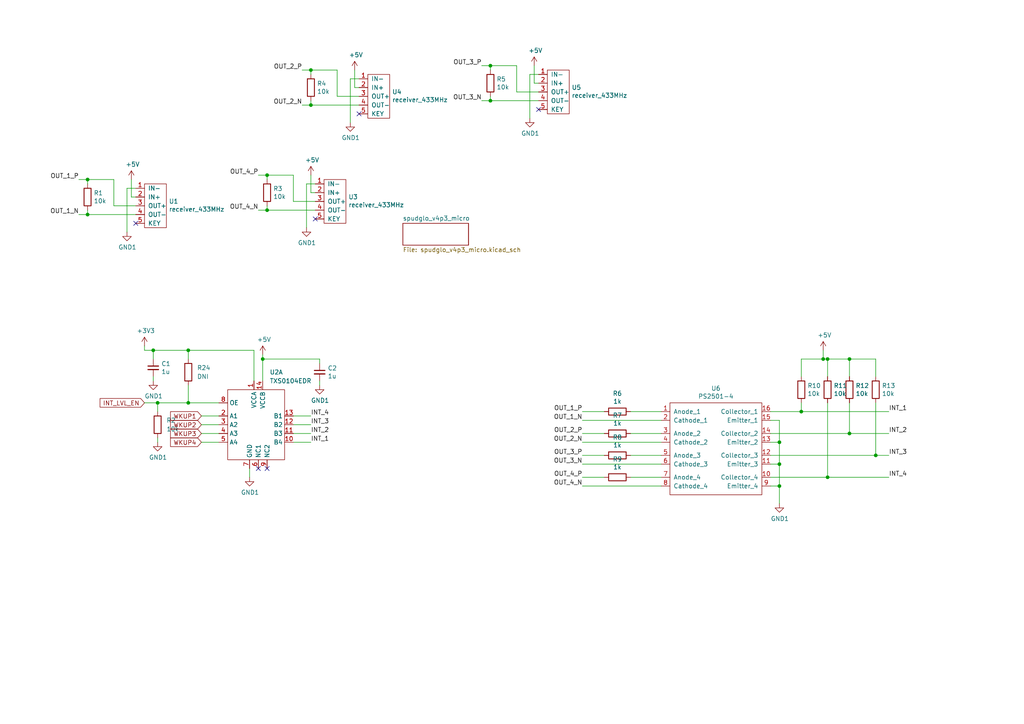
<source format=kicad_sch>
(kicad_sch (version 20230121) (generator eeschema)
  (paper "A4")
  (lib_symbols
    (symbol "Device:C_Small" (pin_numbers hide) (pin_names (offset 0.254) hide)
      (property "Reference" "C" (at 0.254 1.778 0))
      (property "Value" "C_Small" (at 0.254 -2.032 0))
      (symbol "C_Small_0_1"
        (polyline (pts (xy -1.524 -0.508) (xy 1.524 -0.508)) (stroke (width 0.3302)))
        (polyline (pts (xy -1.524 0.508) (xy 1.524 0.508)) (stroke (width 0.3048)))
      )
      (symbol "C_Small_1_1"
        (pin passive line (at 0 2.54 270) (length 2.032) (name "~") (number "1"))
        (pin passive line (at 0 -2.54 90) (length 2.032) (name "~") (number "2"))
      )
    )
    (symbol "Device:R" (pin_numbers hide) (pin_names (offset 0))
      (property "Reference" "R" (at 2.032 0 90))
      (property "Value" "R" (at 0 0 90))
      (symbol "R_0_1"
        (rectangle (start -1.016 -2.54) (end 1.016 2.54) (stroke (width 0.254)))
      )
      (symbol "R_1_1"
        (pin passive line (at 0 3.81 270) (length 1.27) (name "~") (number "1"))
        (pin passive line (at 0 -3.81 90) (length 1.27) (name "~") (number "2"))
      )
    )
    (symbol "power:+5V" (power) (pin_names (offset 0))
      (property "Value" "+5V" (at 0 3.556 0))
      (symbol "+5V_0_1"
        (polyline (pts (xy -0.762 1.27) (xy 0 2.54)))
        (polyline (pts (xy 0 0) (xy 0 2.54)))
        (polyline (pts (xy 0 2.54) (xy 0.762 1.27)))
      )
      (symbol "+5V_1_1"
        (pin power_in line (at 0 0 90) (length 0) hide (name "+5V") (number "1"))
      )
    )
    (symbol "power:GND1" (power) (pin_names (offset 0))
      (property "Value" "GND1" (at 0 -3.81 0))
      (symbol "GND1_0_1"
        (polyline (pts (xy 0 0) (xy 0 -1.27) (xy 1.27 -1.27) (xy 0 -2.54) (xy -1.27 -1.27) (xy 0 -1.27)))
      )
      (symbol "GND1_1_1"
        (pin power_in line (at 0 0 270) (length 0) hide (name "GND1") (number "1"))
      )
    )
    (symbol "spudglo_driver_v3p1-rescue:+3.3V-power" (power) (pin_names (offset 0))
      (property "Value" "+3.3V-power" (at 0 3.556 0))
      (symbol "+3.3V-power_0_1"
        (polyline (pts (xy -0.762 1.27) (xy 0 2.54)))
        (polyline (pts (xy 0 0) (xy 0 2.54)))
        (polyline (pts (xy 0 2.54) (xy 0.762 1.27)))
      )
      (symbol "+3.3V-power_1_1"
        (pin power_in line (at 0 0 90) (length 0) hide (name "+3V3") (number "1"))
      )
    )
    (symbol "spudglo_driver_v3p1-rescue:PS2501-4-srw_custom" (pin_names (offset 1.016))
      (property "Reference" "U" (at 0 0 0))
      (property "Value" "PS2501-4-srw_custom" (at 1.27 -31.75 0))
      (symbol "PS2501-4-srw_custom_0_1"
        (rectangle (start 0 -2.54) (end 26.67 -29.21))
      )
      (symbol "PS2501-4-srw_custom_1_1"
        (pin input line (at -2.54 -5.08 0) (length 2.54) (name "Anode_1") (number "1"))
        (pin input line (at 29.21 -24.13 180) (length 2.54) (name "Collector_4") (number "10"))
        (pin input line (at 29.21 -20.32 180) (length 2.54) (name "Emitter_3") (number "11"))
        (pin input line (at 29.21 -17.78 180) (length 2.54) (name "Collector_3") (number "12"))
        (pin input line (at 29.21 -13.97 180) (length 2.54) (name "Emitter_2") (number "13"))
        (pin input line (at 29.21 -11.43 180) (length 2.54) (name "Collector_2") (number "14"))
        (pin input line (at 29.21 -7.62 180) (length 2.54) (name "Emitter_1") (number "15"))
        (pin input line (at 29.21 -5.08 180) (length 2.54) (name "Collector_1") (number "16"))
        (pin input line (at -2.54 -7.62 0) (length 2.54) (name "Cathode_1") (number "2"))
        (pin input line (at -2.54 -11.43 0) (length 2.54) (name "Anode_2") (number "3"))
        (pin input line (at -2.54 -13.97 0) (length 2.54) (name "Cathode_2") (number "4"))
        (pin input line (at -2.54 -17.78 0) (length 2.54) (name "Anode_3") (number "5"))
        (pin input line (at -2.54 -20.32 0) (length 2.54) (name "Cathode_3") (number "6"))
        (pin input line (at -2.54 -24.13 0) (length 2.54) (name "Anode_4") (number "7"))
        (pin input line (at -2.54 -26.67 0) (length 2.54) (name "Cathode_4") (number "8"))
        (pin input line (at 29.21 -26.67 180) (length 2.54) (name "Emitter_4") (number "9"))
      )
    )
    (symbol "spudglo_driver_v3p1-rescue:receiver_433MHz-srw_custom" (pin_names (offset 1.016))
      (property "Reference" "U" (at 0 0 0))
      (property "Value" "receiver_433MHz-srw_custom" (at 2.54 -20.32 0))
      (symbol "receiver_433MHz-srw_custom_0_1"
        (rectangle (start 2.54 -2.54) (end 8.89 -15.24))
      )
      (symbol "receiver_433MHz-srw_custom_1_1"
        (pin input line (at 0 -3.81 0) (length 2.54) (name "IN-") (number "1"))
        (pin input line (at 0 -6.35 0) (length 2.54) (name "IN+") (number "2"))
        (pin input line (at 0 -8.89 0) (length 2.54) (name "OUT+") (number "3"))
        (pin input line (at 0 -11.43 0) (length 2.54) (name "OUT-") (number "4"))
        (pin input line (at 0 -13.97 0) (length 2.54) (name "KEY") (number "5"))
      )
    )
    (symbol "srw_custom:TXS0104EDR"
      (property "Reference" "U" (at 1.27 1.27 0))
      (property "Value" "TXS0104EDR" (at 20.32 -22.86 0))
      (symbol "TXS0104EDR_0_1"
        (rectangle (start 0 0) (end 16.51 -20.32))
      )
      (symbol "TXS0104EDR_1_1"
        (pin input line (at 7.62 2.54 270) (length 2.54) (name "VCCA") (number "1"))
        (pin input line (at 19.05 -15.24 180) (length 2.54) (name "B4") (number "10"))
        (pin input line (at 19.05 -12.7 180) (length 2.54) (name "B3") (number "11"))
        (pin input line (at 19.05 -10.16 180) (length 2.54) (name "B2") (number "12"))
        (pin input line (at 19.05 -7.62 180) (length 2.54) (name "B1") (number "13"))
        (pin input line (at 10.16 2.54 270) (length 2.54) (name "VCCB") (number "14"))
        (pin input line (at -2.54 -7.62 0) (length 2.54) (name "A1") (number "2"))
        (pin input line (at -2.54 -10.16 0) (length 2.54) (name "A2") (number "3"))
        (pin input line (at -2.54 -12.7 0) (length 2.54) (name "A3") (number "4"))
        (pin input line (at -2.54 -15.24 0) (length 2.54) (name "A4") (number "5"))
        (pin input line (at 8.89 -22.86 90) (length 2.54) (name "NC1") (number "6"))
        (pin input line (at 6.35 -22.86 90) (length 2.54) (name "GND") (number "7"))
        (pin input line (at -2.54 -3.81 0) (length 2.54) (name "OE") (number "8"))
        (pin input line (at 11.43 -22.86 90) (length 2.54) (name "NC2") (number "9"))
      )
      (symbol "TXS0104EDR_2_1"
        (pin input line (at -2.54 -7.62 0) (length 2.54) (name "A1") (number "1-UB"))
      )
      (symbol "TXS0104EDR_3_1"
        (pin input line (at -2.54 -7.62 0) (length 2.54) (name "A1") (number "1-UC"))
      )
      (symbol "TXS0104EDR_4_1"
        (pin input line (at -2.54 -7.62 0) (length 2.54) (name "A1") (number "1-UD"))
      )
      (symbol "TXS0104EDR_5_1"
        (pin input line (at -2.54 -7.62 0) (length 2.54) (name "A1") (number "1-UE"))
      )
      (symbol "TXS0104EDR_6_1"
        (pin input line (at -2.54 -7.62 0) (length 2.54) (name "A1") (number "1-UF"))
      )
      (symbol "TXS0104EDR_7_1"
        (pin input line (at -2.54 -7.62 0) (length 2.54) (name "A1") (number "1-UG"))
      )
      (symbol "TXS0104EDR_8_1"
        (pin input line (at -2.54 -7.62 0) (length 2.54) (name "A1") (number "1-UH"))
      )
      (symbol "TXS0104EDR_9_1"
        (pin input line (at -2.54 -7.62 0) (length 2.54) (name "A1") (number "1-UI"))
      )
      (symbol "TXS0104EDR_10_1"
        (pin input line (at -2.54 -7.62 0) (length 2.54) (name "A1") (number "1-UJ"))
      )
      (symbol "TXS0104EDR_11_1"
        (pin input line (at -2.54 -7.62 0) (length 2.54) (name "A1") (number "1-UK"))
      )
      (symbol "TXS0104EDR_12_1"
        (pin input line (at -2.54 -7.62 0) (length 2.54) (name "A1") (number "1-UL"))
      )
      (symbol "TXS0104EDR_13_1"
        (pin input line (at -2.54 -7.62 0) (length 2.54) (name "A1") (number "1-UM"))
      )
      (symbol "TXS0104EDR_14_1"
        (pin input line (at -2.54 -7.62 0) (length 2.54) (name "A1") (number "1-UN"))
      )
    )
  )
  (junction (at 142.24 29.21))
  (junction (at 77.47 60.96))
  (junction (at 240.03 104.14))
  (junction (at 44.45 101.6))
  (junction (at 232.41 119.38))
  (junction (at 238.76 104.14))
  (junction (at 90.17 20.32))
  (junction (at 226.06 140.97))
  (junction (at 77.47 50.8))
  (junction (at 240.03 138.43))
  (junction (at 226.06 134.62))
  (junction (at 25.4 62.23))
  (junction (at 45.72 116.84))
  (junction (at 142.24 19.05))
  (junction (at 246.38 125.73))
  (junction (at 246.38 104.14))
  (junction (at 54.61 116.84))
  (junction (at 54.61 101.6))
  (junction (at 25.4 52.07))
  (junction (at 90.17 30.48))
  (junction (at 226.06 128.27))
  (junction (at 76.2 104.14))
  (junction (at 254 132.08))
  (no_connect (at 77.47 135.89))
  (no_connect (at 156.21 31.75))
  (no_connect (at 104.14 33.02))
  (no_connect (at 91.44 63.5))
  (no_connect (at 39.37 64.77))
  (no_connect (at 74.93 135.89))
  (wire (pts (xy 44.45 104.14) (xy 44.45 101.6)))
  (wire (pts (xy 77.47 50.8) (xy 74.93 50.8)))
  (wire (pts (xy 39.37 54.61) (xy 36.83 54.61)))
  (wire (pts (xy 91.44 60.96) (xy 77.47 60.96)))
  (wire (pts (xy 22.86 62.23) (xy 25.4 62.23)))
  (wire (pts (xy 240.03 138.43) (xy 257.81 138.43)))
  (wire (pts (xy 238.76 104.14) (xy 240.03 104.14)))
  (wire (pts (xy 175.26 125.73) (xy 168.91 125.73)))
  (wire (pts (xy 90.17 30.48) (xy 90.17 29.21)))
  (wire (pts (xy 77.47 50.8) (xy 77.47 52.07)))
  (wire (pts (xy 104.14 22.86) (xy 101.6 22.86)))
  (wire (pts (xy 54.61 111.76) (xy 54.61 116.84)))
  (wire (pts (xy 74.93 60.96) (xy 77.47 60.96)))
  (wire (pts (xy 139.7 29.21) (xy 142.24 29.21)))
  (wire (pts (xy 39.37 59.69) (xy 33.02 59.69)))
  (wire (pts (xy 149.86 26.67) (xy 149.86 19.05)))
  (wire (pts (xy 58.42 128.27) (xy 63.5 128.27)))
  (wire (pts (xy 76.2 104.14) (xy 76.2 110.49)))
  (wire (pts (xy 246.38 116.84) (xy 246.38 125.73)))
  (wire (pts (xy 91.44 58.42) (xy 85.09 58.42)))
  (wire (pts (xy 44.45 101.6) (xy 54.61 101.6)))
  (wire (pts (xy 33.02 59.69) (xy 33.02 52.07)))
  (wire (pts (xy 142.24 29.21) (xy 142.24 27.94)))
  (wire (pts (xy 39.37 57.15) (xy 38.1 57.15)))
  (wire (pts (xy 142.24 19.05) (xy 142.24 20.32)))
  (wire (pts (xy 41.91 116.84) (xy 45.72 116.84)))
  (wire (pts (xy 240.03 109.22) (xy 240.03 104.14)))
  (wire (pts (xy 39.37 62.23) (xy 25.4 62.23)))
  (wire (pts (xy 85.09 58.42) (xy 85.09 50.8)))
  (wire (pts (xy 175.26 132.08) (xy 168.91 132.08)))
  (wire (pts (xy 156.21 21.59) (xy 153.67 21.59)))
  (wire (pts (xy 246.38 104.14) (xy 254 104.14)))
  (wire (pts (xy 156.21 26.67) (xy 149.86 26.67)))
  (wire (pts (xy 156.21 29.21) (xy 142.24 29.21)))
  (wire (pts (xy 90.17 55.88) (xy 90.17 50.8)))
  (wire (pts (xy 45.72 116.84) (xy 54.61 116.84)))
  (wire (pts (xy 191.77 128.27) (xy 168.91 128.27)))
  (wire (pts (xy 87.63 30.48) (xy 90.17 30.48)))
  (wire (pts (xy 45.72 119.38) (xy 45.72 116.84)))
  (wire (pts (xy 90.17 20.32) (xy 87.63 20.32)))
  (wire (pts (xy 92.71 105.41) (xy 92.71 104.14)))
  (wire (pts (xy 191.77 119.38) (xy 182.88 119.38)))
  (wire (pts (xy 92.71 111.76) (xy 92.71 110.49)))
  (wire (pts (xy 238.76 104.14) (xy 238.76 101.6)))
  (wire (pts (xy 54.61 116.84) (xy 63.5 116.84)))
  (wire (pts (xy 77.47 60.96) (xy 77.47 59.69)))
  (wire (pts (xy 191.77 121.92) (xy 168.91 121.92)))
  (wire (pts (xy 54.61 101.6) (xy 73.66 101.6)))
  (wire (pts (xy 191.77 132.08) (xy 182.88 132.08)))
  (wire (pts (xy 226.06 128.27) (xy 226.06 121.92)))
  (wire (pts (xy 41.91 101.6) (xy 41.91 100.33)))
  (wire (pts (xy 246.38 109.22) (xy 246.38 104.14)))
  (wire (pts (xy 156.21 24.13) (xy 154.94 24.13)))
  (wire (pts (xy 226.06 134.62) (xy 226.06 140.97)))
  (wire (pts (xy 191.77 140.97) (xy 168.91 140.97)))
  (wire (pts (xy 97.79 27.94) (xy 97.79 20.32)))
  (wire (pts (xy 254 132.08) (xy 257.81 132.08)))
  (wire (pts (xy 153.67 21.59) (xy 153.67 34.29)))
  (wire (pts (xy 97.79 20.32) (xy 90.17 20.32)))
  (wire (pts (xy 58.42 120.65) (xy 63.5 120.65)))
  (wire (pts (xy 36.83 54.61) (xy 36.83 67.31)))
  (wire (pts (xy 25.4 52.07) (xy 25.4 53.34)))
  (wire (pts (xy 223.52 134.62) (xy 226.06 134.62)))
  (wire (pts (xy 58.42 125.73) (xy 63.5 125.73)))
  (wire (pts (xy 226.06 134.62) (xy 226.06 128.27)))
  (wire (pts (xy 182.88 125.73) (xy 191.77 125.73)))
  (wire (pts (xy 254 104.14) (xy 254 109.22)))
  (wire (pts (xy 104.14 25.4) (xy 102.87 25.4)))
  (wire (pts (xy 232.41 104.14) (xy 232.41 109.22)))
  (wire (pts (xy 91.44 53.34) (xy 88.9 53.34)))
  (wire (pts (xy 240.03 116.84) (xy 240.03 138.43)))
  (wire (pts (xy 142.24 19.05) (xy 139.7 19.05)))
  (wire (pts (xy 104.14 30.48) (xy 90.17 30.48)))
  (wire (pts (xy 44.45 110.49) (xy 44.45 109.22)))
  (wire (pts (xy 76.2 104.14) (xy 92.71 104.14)))
  (wire (pts (xy 240.03 104.14) (xy 246.38 104.14)))
  (wire (pts (xy 191.77 134.62) (xy 168.91 134.62)))
  (wire (pts (xy 223.52 138.43) (xy 240.03 138.43)))
  (wire (pts (xy 226.06 140.97) (xy 226.06 146.05)))
  (wire (pts (xy 223.52 140.97) (xy 226.06 140.97)))
  (wire (pts (xy 226.06 121.92) (xy 223.52 121.92)))
  (wire (pts (xy 149.86 19.05) (xy 142.24 19.05)))
  (wire (pts (xy 226.06 128.27) (xy 223.52 128.27)))
  (wire (pts (xy 90.17 20.32) (xy 90.17 21.59)))
  (wire (pts (xy 232.41 116.84) (xy 232.41 119.38)))
  (wire (pts (xy 45.72 127) (xy 45.72 128.27)))
  (wire (pts (xy 76.2 102.87) (xy 76.2 104.14)))
  (wire (pts (xy 25.4 52.07) (xy 22.86 52.07)))
  (wire (pts (xy 223.52 119.38) (xy 232.41 119.38)))
  (wire (pts (xy 175.26 138.43) (xy 168.91 138.43)))
  (wire (pts (xy 238.76 104.14) (xy 232.41 104.14)))
  (wire (pts (xy 223.52 132.08) (xy 254 132.08)))
  (wire (pts (xy 223.52 125.73) (xy 246.38 125.73)))
  (wire (pts (xy 154.94 24.13) (xy 154.94 19.05)))
  (wire (pts (xy 104.14 27.94) (xy 97.79 27.94)))
  (wire (pts (xy 88.9 53.34) (xy 88.9 66.04)))
  (wire (pts (xy 254 116.84) (xy 254 132.08)))
  (wire (pts (xy 232.41 119.38) (xy 257.81 119.38)))
  (wire (pts (xy 246.38 125.73) (xy 257.81 125.73)))
  (wire (pts (xy 102.87 25.4) (xy 102.87 20.32)))
  (wire (pts (xy 44.45 101.6) (xy 41.91 101.6)))
  (wire (pts (xy 85.09 50.8) (xy 77.47 50.8)))
  (wire (pts (xy 54.61 101.6) (xy 54.61 104.14)))
  (wire (pts (xy 58.42 123.19) (xy 63.5 123.19)))
  (wire (pts (xy 33.02 52.07) (xy 25.4 52.07)))
  (wire (pts (xy 101.6 22.86) (xy 101.6 35.56)))
  (wire (pts (xy 72.39 135.89) (xy 72.39 138.43)))
  (wire (pts (xy 90.17 123.19) (xy 85.09 123.19)))
  (wire (pts (xy 175.26 119.38) (xy 168.91 119.38)))
  (wire (pts (xy 25.4 62.23) (xy 25.4 60.96)))
  (wire (pts (xy 90.17 128.27) (xy 85.09 128.27)))
  (wire (pts (xy 38.1 57.15) (xy 38.1 52.07)))
  (wire (pts (xy 91.44 55.88) (xy 90.17 55.88)))
  (wire (pts (xy 191.77 138.43) (xy 182.88 138.43)))
  (wire (pts (xy 73.66 101.6) (xy 73.66 110.49)))
  (wire (pts (xy 85.09 120.65) (xy 90.17 120.65)))
  (wire (pts (xy 85.09 125.73) (xy 90.17 125.73)))
  (label "INT_3" (at 90.17 123.19 0))
  (label "INT_4" (at 257.81 138.43 0))
  (label "OUT_1_P" (at 22.86 52.07 180))
  (label "OUT_3_N" (at 139.7 29.21 180))
  (label "OUT_2_N" (at 168.91 128.27 180))
  (label "OUT_3_N" (at 168.91 134.62 180))
  (label "OUT_1_N" (at 168.91 121.92 180))
  (label "OUT_1_N" (at 22.86 62.23 180))
  (label "INT_4" (at 90.17 120.65 0))
  (label "OUT_4_P" (at 74.93 50.8 180))
  (label "INT_2" (at 90.17 125.73 0))
  (label "INT_2" (at 257.81 125.73 0))
  (label "OUT_4_N" (at 74.93 60.96 180))
  (label "OUT_3_P" (at 139.7 19.05 180))
  (label "INT_1" (at 90.17 128.27 0))
  (label "OUT_4_P" (at 168.91 138.43 180))
  (label "OUT_1_P" (at 168.91 119.38 180))
  (label "OUT_2_N" (at 87.63 30.48 180))
  (label "INT_3" (at 257.81 132.08 0))
  (label "OUT_3_P" (at 168.91 132.08 180))
  (label "OUT_2_P" (at 87.63 20.32 180))
  (label "OUT_2_P" (at 168.91 125.73 180))
  (label "INT_1" (at 257.81 119.38 0))
  (label "OUT_4_N" (at 168.91 140.97 180))
  (global_label "WKUP2" (shape input) (at 58.42 123.19 180) (property "Intersheetrefs" "${INTERSHEET_REFS}" (effects hide)))
  (global_label "WKUP1" (shape input) (at 58.42 120.65 180) (property "Intersheetrefs" "${INTERSHEET_REFS}" (effects hide)))
  (global_label "WKUP4" (shape input) (at 58.42 128.27 180) (property "Intersheetrefs" "${INTERSHEET_REFS}" (effects hide)))
  (global_label "INT_LVL_EN" (shape input) (at 41.91 116.84 180) (property "Intersheetrefs" "${INTERSHEET_REFS}" (effects hide)))
  (global_label "WKUP3" (shape input) (at 58.42 125.73 180) (property "Intersheetrefs" "${INTERSHEET_REFS}" (effects hide)))
  (symbol (lib_id "spudglo_driver_v3p1-rescue:+3.3V-power") (at 41.91 100.33 0) (unit 1)
    (property "Reference" "#PWR0104" (effects hide))
    (property "Value" "+3.3V" (at 42.291 95.9358 0))
  )
  (symbol (lib_id "power:+5V") (at 76.2 102.87 0) (unit 1)
    (property "Reference" "#PWR0103" (effects hide))
    (property "Value" "+5V" (at 76.581 98.4758 0))
  )
  (symbol (lib_id "Device:R") (at 54.61 107.95 0) (unit 1)
    (property "Reference" "R24" (at 57.15 106.6799 0) (effects (justify left)))
    (property "Value" "DNI" (at 57.15 109.2199 0) (effects (justify left)))
    (property "Footprint" "Resistor_SMD:R_0603_1608Metric_Pad0.98x0.95mm_HandSolder" (effects hide))
  )
  (symbol (lib_id "Device:R") (at 45.72 123.19 0) (unit 1)
    (property "Reference" "R2" (at 48.26 121.9199 0) (effects (justify left)))
    (property "Value" "10k" (at 48.26 124.4599 0) (effects (justify left)))
    (property "Footprint" "Resistor_SMD:R_0603_1608Metric_Pad0.98x0.95mm_HandSolder" (effects hide))
  )
  (symbol (lib_id "Device:R") (at 179.07 125.73 270) (unit 1)
    (property "Reference" "R7" (at 179.07 120.4722 90))
    (property "Value" "1k" (at 179.07 122.7836 90))
    (property "Footprint" "Resistor_SMD:R_0603_1608Metric_Pad0.98x0.95mm_HandSolder" (effects hide))
  )
  (symbol (lib_id "spudglo_driver_v3p1-rescue:receiver_433MHz-srw_custom") (at 104.14 19.05 0) (unit 1)
    (property "Reference" "U4" (at 113.7412 26.6446 0) (effects (justify left)))
    (property "Value" "receiver_433MHz" (at 113.7412 28.956 0) (effects (justify left)))
    (property "Footprint" "Connector_PinHeader_2.54mm:PinHeader_1x05_P2.54mm_Vertical" (effects hide))
  )
  (symbol (lib_id "power:GND1") (at 88.9 66.04 0) (unit 1)
    (property "Reference" "#PWR0113" (effects hide))
    (property "Value" "GND1" (at 89.027 70.4342 0))
  )
  (symbol (lib_id "power:+5V") (at 38.1 52.07 0) (unit 1)
    (property "Reference" "#PWR0106" (effects hide))
    (property "Value" "+5V" (at 38.481 47.6758 0))
  )
  (symbol (lib_id "spudglo_driver_v3p1-rescue:PS2501-4-srw_custom") (at 194.31 114.3 0) (unit 1)
    (property "Reference" "U6" (at 207.645 112.649 0))
    (property "Value" "PS2501-4" (at 207.645 114.9604 0))
    (property "Footprint" "srw_custom:PS2501-4XSM" (effects hide))
  )
  (symbol (lib_id "power:+5V") (at 90.17 50.8 0) (unit 1)
    (property "Reference" "#PWR0114" (effects hide))
    (property "Value" "+5V" (at 90.551 46.4058 0))
  )
  (symbol (lib_id "Device:R") (at 179.07 138.43 270) (unit 1)
    (property "Reference" "R9" (at 179.07 133.1722 90))
    (property "Value" "1k" (at 179.07 135.4836 90))
    (property "Footprint" "Resistor_SMD:R_0603_1608Metric_Pad0.98x0.95mm_HandSolder" (effects hide))
  )
  (symbol (lib_id "power:GND1") (at 226.06 146.05 0) (unit 1)
    (property "Reference" "#PWR0108" (effects hide))
    (property "Value" "GND1" (at 226.187 150.4442 0))
  )
  (symbol (lib_id "Device:R") (at 240.03 113.03 0) (unit 1)
    (property "Reference" "R11" (at 241.808 111.8616 0) (effects (justify left)))
    (property "Value" "10k" (at 241.808 114.173 0) (effects (justify left)))
    (property "Footprint" "Resistor_SMD:R_0603_1608Metric_Pad0.98x0.95mm_HandSolder" (effects hide))
  )
  (symbol (lib_id "srw_custom:TXS0104EDR") (at 66.04 113.03 0) (unit 1)
    (property "Reference" "U2" (at 78.2194 107.95 0) (effects (justify left)))
    (property "Value" "TXS0104EDR" (at 78.2194 110.49 0) (effects (justify left)))
    (property "Footprint" "Package_SO:SOIC-14_3.9x8.7mm_P1.27mm" (effects hide))
  )
  (symbol (lib_id "spudglo_driver_v3p1-rescue:receiver_433MHz-srw_custom") (at 39.37 50.8 0) (unit 1)
    (property "Reference" "U1" (at 48.9712 58.3946 0) (effects (justify left)))
    (property "Value" "receiver_433MHz" (at 48.9712 60.706 0) (effects (justify left)))
    (property "Footprint" "Connector_PinHeader_2.54mm:PinHeader_1x05_P2.54mm_Vertical" (effects hide))
  )
  (symbol (lib_id "Device:R") (at 179.07 119.38 270) (unit 1)
    (property "Reference" "R6" (at 179.07 114.1222 90))
    (property "Value" "1k" (at 179.07 116.4336 90))
    (property "Footprint" "Resistor_SMD:R_0603_1608Metric_Pad0.98x0.95mm_HandSolder" (effects hide))
  )
  (symbol (lib_id "spudglo_driver_v3p1-rescue:receiver_433MHz-srw_custom") (at 156.21 17.78 0) (unit 1)
    (property "Reference" "U5" (at 165.8112 25.3746 0) (effects (justify left)))
    (property "Value" "receiver_433MHz" (at 165.8112 27.686 0) (effects (justify left)))
    (property "Footprint" "Connector_PinHeader_2.54mm:PinHeader_1x05_P2.54mm_Vertical" (effects hide))
  )
  (symbol (lib_id "Device:R") (at 90.17 25.4 0) (unit 1)
    (property "Reference" "R4" (at 91.948 24.2316 0) (effects (justify left)))
    (property "Value" "10k" (at 91.948 26.543 0) (effects (justify left)))
    (property "Footprint" "Resistor_SMD:R_0603_1608Metric_Pad0.98x0.95mm_HandSolder" (effects hide))
  )
  (symbol (lib_id "power:+5V") (at 102.87 20.32 0) (unit 1)
    (property "Reference" "#PWR0112" (effects hide))
    (property "Value" "+5V" (at 103.251 15.9258 0))
  )
  (symbol (lib_id "power:+5V") (at 154.94 19.05 0) (unit 1)
    (property "Reference" "#PWR0102" (effects hide))
    (property "Value" "+5V" (at 155.321 14.6558 0))
  )
  (symbol (lib_id "Device:R") (at 246.38 113.03 0) (unit 1)
    (property "Reference" "R12" (at 248.158 111.8616 0) (effects (justify left)))
    (property "Value" "10k" (at 248.158 114.173 0) (effects (justify left)))
    (property "Footprint" "Resistor_SMD:R_0603_1608Metric_Pad0.98x0.95mm_HandSolder" (effects hide))
  )
  (symbol (lib_id "Device:R") (at 179.07 132.08 270) (unit 1)
    (property "Reference" "R8" (at 179.07 126.8222 90))
    (property "Value" "1k" (at 179.07 129.1336 90))
    (property "Footprint" "Resistor_SMD:R_0603_1608Metric_Pad0.98x0.95mm_HandSolder" (effects hide))
  )
  (symbol (lib_id "power:GND1") (at 101.6 35.56 0) (unit 1)
    (property "Reference" "#PWR0115" (effects hide))
    (property "Value" "GND1" (at 101.727 39.9542 0))
  )
  (symbol (lib_id "power:GND1") (at 36.83 67.31 0) (unit 1)
    (property "Reference" "#PWR0107" (effects hide))
    (property "Value" "GND1" (at 36.957 71.7042 0))
  )
  (symbol (lib_id "power:GND1") (at 153.67 34.29 0) (unit 1)
    (property "Reference" "#PWR0101" (effects hide))
    (property "Value" "GND1" (at 153.797 38.6842 0))
  )
  (symbol (lib_id "Device:R") (at 232.41 113.03 0) (unit 1)
    (property "Reference" "R10" (at 234.188 111.8616 0) (effects (justify left)))
    (property "Value" "10k" (at 234.188 114.173 0) (effects (justify left)))
    (property "Footprint" "Resistor_SMD:R_0603_1608Metric_Pad0.98x0.95mm_HandSolder" (effects hide))
  )
  (symbol (lib_id "power:GND1") (at 92.71 111.76 0) (unit 1)
    (property "Reference" "#PWR0111" (effects hide))
    (property "Value" "GND1" (at 92.837 116.1542 0))
  )
  (symbol (lib_id "Device:R") (at 254 113.03 0) (unit 1)
    (property "Reference" "R13" (at 255.778 111.8616 0) (effects (justify left)))
    (property "Value" "10k" (at 255.778 114.173 0) (effects (justify left)))
    (property "Footprint" "Resistor_SMD:R_0603_1608Metric_Pad0.98x0.95mm_HandSolder" (effects hide))
  )
  (symbol (lib_id "Device:R") (at 25.4 57.15 0) (unit 1)
    (property "Reference" "R1" (at 27.178 55.9816 0) (effects (justify left)))
    (property "Value" "10k" (at 27.178 58.293 0) (effects (justify left)))
    (property "Footprint" "Resistor_SMD:R_0603_1608Metric_Pad0.98x0.95mm_HandSolder" (effects hide))
  )
  (symbol (lib_id "Device:R") (at 142.24 24.13 0) (unit 1)
    (property "Reference" "R5" (at 144.018 22.9616 0) (effects (justify left)))
    (property "Value" "10k" (at 144.018 25.273 0) (effects (justify left)))
    (property "Footprint" "Resistor_SMD:R_0603_1608Metric_Pad0.98x0.95mm_HandSolder" (effects hide))
  )
  (symbol (lib_id "power:+5V") (at 238.76 101.6 0) (unit 1)
    (property "Reference" "#PWR0116" (effects hide))
    (property "Value" "+5V" (at 239.141 97.2058 0))
  )
  (symbol (lib_id "Device:C_Small") (at 92.71 107.95 0) (unit 1)
    (property "Reference" "C2" (at 95.0468 106.7816 0) (effects (justify left)))
    (property "Value" "1u" (at 95.0468 109.093 0) (effects (justify left)))
    (property "Footprint" "Capacitor_SMD:C_0603_1608Metric_Pad1.08x0.95mm_HandSolder" (effects hide))
  )
  (symbol (lib_id "power:GND1") (at 44.45 110.49 0) (unit 1)
    (property "Reference" "#PWR0105" (effects hide))
    (property "Value" "GND1" (at 44.577 114.8842 0))
  )
  (symbol (lib_id "power:GND1") (at 45.72 128.27 0) (unit 1)
    (property "Reference" "#PWR0110" (effects hide))
    (property "Value" "GND1" (at 45.847 132.6642 0))
  )
  (symbol (lib_id "Device:C_Small") (at 44.45 106.68 0) (unit 1)
    (property "Reference" "C1" (at 46.7868 105.5116 0) (effects (justify left)))
    (property "Value" "1u" (at 46.7868 107.823 0) (effects (justify left)))
    (property "Footprint" "Capacitor_SMD:C_0603_1608Metric_Pad1.08x0.95mm_HandSolder" (effects hide))
  )
  (symbol (lib_id "spudglo_driver_v3p1-rescue:receiver_433MHz-srw_custom") (at 91.44 49.53 0) (unit 1)
    (property "Reference" "U3" (at 101.0412 57.1246 0) (effects (justify left)))
    (property "Value" "receiver_433MHz" (at 101.0412 59.436 0) (effects (justify left)))
    (property "Footprint" "Connector_PinHeader_2.54mm:PinHeader_1x05_P2.54mm_Vertical" (effects hide))
  )
  (symbol (lib_id "power:GND1") (at 72.39 138.43 0) (unit 1)
    (property "Reference" "#PWR0109" (effects hide))
    (property "Value" "GND1" (at 72.517 142.8242 0))
  )
  (symbol (lib_id "Device:R") (at 77.47 55.88 0) (unit 1)
    (property "Reference" "R3" (at 79.248 54.7116 0) (effects (justify left)))
    (property "Value" "10k" (at 79.248 57.023 0) (effects (justify left)))
    (property "Footprint" "Resistor_SMD:R_0603_1608Metric_Pad0.98x0.95mm_HandSolder" (effects hide))
  )
  (sheet (at 116.84 64.77) (size 19.05 6.35) (stroke (width 0.1524))
    (property "Sheetname" "spudglo_v4p3_micro" (at 116.84 64.0584 0) (effects (justify left bottom)))
    (property "Sheetfile" "spudglo_v4p3_micro.kicad_sch" (at 116.84 71.7046 0) (effects (justify left top)))
  )
)
</source>
